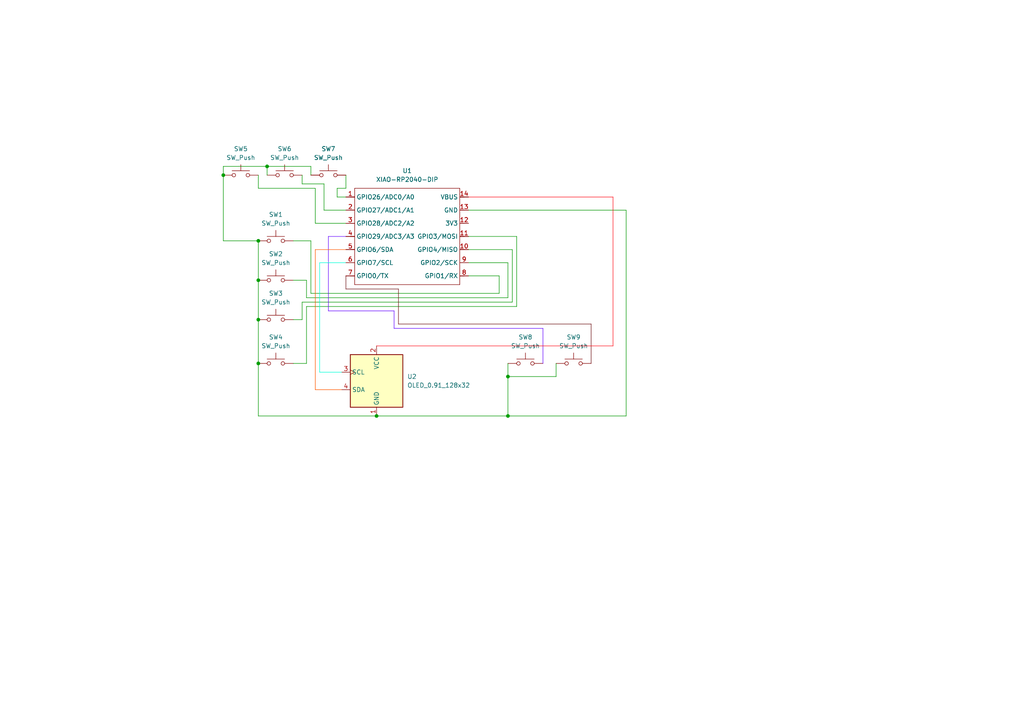
<source format=kicad_sch>
(kicad_sch
	(version 20250114)
	(generator "eeschema")
	(generator_version "9.0")
	(uuid "2e6980c8-3869-492a-aff7-349288982a5f")
	(paper "A4")
	(lib_symbols
		(symbol "Board:XIAO-RP2040-DIP"
			(exclude_from_sim no)
			(in_bom yes)
			(on_board yes)
			(property "Reference" "U"
				(at 0 0 0)
				(effects
					(font
						(size 1.27 1.27)
					)
				)
			)
			(property "Value" "XIAO-RP2040-DIP"
				(at 5.334 -1.778 0)
				(effects
					(font
						(size 1.27 1.27)
					)
				)
			)
			(property "Footprint" "Module:MOUDLE14P-XIAO-DIP-SMD"
				(at 14.478 -32.258 0)
				(effects
					(font
						(size 1.27 1.27)
					)
					(hide yes)
				)
			)
			(property "Datasheet" ""
				(at 0 0 0)
				(effects
					(font
						(size 1.27 1.27)
					)
					(hide yes)
				)
			)
			(property "Description" ""
				(at 0 0 0)
				(effects
					(font
						(size 1.27 1.27)
					)
					(hide yes)
				)
			)
			(symbol "XIAO-RP2040-DIP_1_0"
				(polyline
					(pts
						(xy -1.27 -2.54) (xy 29.21 -2.54)
					)
					(stroke
						(width 0.1524)
						(type solid)
					)
					(fill
						(type none)
					)
				)
				(polyline
					(pts
						(xy -1.27 -5.08) (xy -2.54 -5.08)
					)
					(stroke
						(width 0.1524)
						(type solid)
					)
					(fill
						(type none)
					)
				)
				(polyline
					(pts
						(xy -1.27 -5.08) (xy -1.27 -2.54)
					)
					(stroke
						(width 0.1524)
						(type solid)
					)
					(fill
						(type none)
					)
				)
				(polyline
					(pts
						(xy -1.27 -8.89) (xy -2.54 -8.89)
					)
					(stroke
						(width 0.1524)
						(type solid)
					)
					(fill
						(type none)
					)
				)
				(polyline
					(pts
						(xy -1.27 -8.89) (xy -1.27 -5.08)
					)
					(stroke
						(width 0.1524)
						(type solid)
					)
					(fill
						(type none)
					)
				)
				(polyline
					(pts
						(xy -1.27 -12.7) (xy -2.54 -12.7)
					)
					(stroke
						(width 0.1524)
						(type solid)
					)
					(fill
						(type none)
					)
				)
				(polyline
					(pts
						(xy -1.27 -12.7) (xy -1.27 -8.89)
					)
					(stroke
						(width 0.1524)
						(type solid)
					)
					(fill
						(type none)
					)
				)
				(polyline
					(pts
						(xy -1.27 -16.51) (xy -2.54 -16.51)
					)
					(stroke
						(width 0.1524)
						(type solid)
					)
					(fill
						(type none)
					)
				)
				(polyline
					(pts
						(xy -1.27 -16.51) (xy -1.27 -12.7)
					)
					(stroke
						(width 0.1524)
						(type solid)
					)
					(fill
						(type none)
					)
				)
				(polyline
					(pts
						(xy -1.27 -20.32) (xy -2.54 -20.32)
					)
					(stroke
						(width 0.1524)
						(type solid)
					)
					(fill
						(type none)
					)
				)
				(polyline
					(pts
						(xy -1.27 -24.13) (xy -2.54 -24.13)
					)
					(stroke
						(width 0.1524)
						(type solid)
					)
					(fill
						(type none)
					)
				)
				(polyline
					(pts
						(xy -1.27 -27.94) (xy -2.54 -27.94)
					)
					(stroke
						(width 0.1524)
						(type solid)
					)
					(fill
						(type none)
					)
				)
				(polyline
					(pts
						(xy -1.27 -30.48) (xy -1.27 -16.51)
					)
					(stroke
						(width 0.1524)
						(type solid)
					)
					(fill
						(type none)
					)
				)
				(polyline
					(pts
						(xy 29.21 -2.54) (xy 29.21 -5.08)
					)
					(stroke
						(width 0.1524)
						(type solid)
					)
					(fill
						(type none)
					)
				)
				(polyline
					(pts
						(xy 29.21 -5.08) (xy 29.21 -8.89)
					)
					(stroke
						(width 0.1524)
						(type solid)
					)
					(fill
						(type none)
					)
				)
				(polyline
					(pts
						(xy 29.21 -8.89) (xy 29.21 -12.7)
					)
					(stroke
						(width 0.1524)
						(type solid)
					)
					(fill
						(type none)
					)
				)
				(polyline
					(pts
						(xy 29.21 -12.7) (xy 29.21 -30.48)
					)
					(stroke
						(width 0.1524)
						(type solid)
					)
					(fill
						(type none)
					)
				)
				(polyline
					(pts
						(xy 29.21 -30.48) (xy -1.27 -30.48)
					)
					(stroke
						(width 0.1524)
						(type solid)
					)
					(fill
						(type none)
					)
				)
				(polyline
					(pts
						(xy 30.48 -5.08) (xy 29.21 -5.08)
					)
					(stroke
						(width 0.1524)
						(type solid)
					)
					(fill
						(type none)
					)
				)
				(polyline
					(pts
						(xy 30.48 -8.89) (xy 29.21 -8.89)
					)
					(stroke
						(width 0.1524)
						(type solid)
					)
					(fill
						(type none)
					)
				)
				(polyline
					(pts
						(xy 30.48 -12.7) (xy 29.21 -12.7)
					)
					(stroke
						(width 0.1524)
						(type solid)
					)
					(fill
						(type none)
					)
				)
				(polyline
					(pts
						(xy 30.48 -16.51) (xy 29.21 -16.51)
					)
					(stroke
						(width 0.1524)
						(type solid)
					)
					(fill
						(type none)
					)
				)
				(polyline
					(pts
						(xy 30.48 -20.32) (xy 29.21 -20.32)
					)
					(stroke
						(width 0.1524)
						(type solid)
					)
					(fill
						(type none)
					)
				)
				(polyline
					(pts
						(xy 30.48 -24.13) (xy 29.21 -24.13)
					)
					(stroke
						(width 0.1524)
						(type solid)
					)
					(fill
						(type none)
					)
				)
				(polyline
					(pts
						(xy 30.48 -27.94) (xy 29.21 -27.94)
					)
					(stroke
						(width 0.1524)
						(type solid)
					)
					(fill
						(type none)
					)
				)
				(pin passive line
					(at -3.81 -5.08 0)
					(length 2.54)
					(name "GPIO26/ADC0/A0"
						(effects
							(font
								(size 1.27 1.27)
							)
						)
					)
					(number "1"
						(effects
							(font
								(size 1.27 1.27)
							)
						)
					)
				)
				(pin passive line
					(at -3.81 -8.89 0)
					(length 2.54)
					(name "GPIO27/ADC1/A1"
						(effects
							(font
								(size 1.27 1.27)
							)
						)
					)
					(number "2"
						(effects
							(font
								(size 1.27 1.27)
							)
						)
					)
				)
				(pin passive line
					(at -3.81 -12.7 0)
					(length 2.54)
					(name "GPIO28/ADC2/A2"
						(effects
							(font
								(size 1.27 1.27)
							)
						)
					)
					(number "3"
						(effects
							(font
								(size 1.27 1.27)
							)
						)
					)
				)
				(pin passive line
					(at -3.81 -16.51 0)
					(length 2.54)
					(name "GPIO29/ADC3/A3"
						(effects
							(font
								(size 1.27 1.27)
							)
						)
					)
					(number "4"
						(effects
							(font
								(size 1.27 1.27)
							)
						)
					)
				)
				(pin passive line
					(at -3.81 -20.32 0)
					(length 2.54)
					(name "GPIO6/SDA"
						(effects
							(font
								(size 1.27 1.27)
							)
						)
					)
					(number "5"
						(effects
							(font
								(size 1.27 1.27)
							)
						)
					)
				)
				(pin passive line
					(at -3.81 -24.13 0)
					(length 2.54)
					(name "GPIO7/SCL"
						(effects
							(font
								(size 1.27 1.27)
							)
						)
					)
					(number "6"
						(effects
							(font
								(size 1.27 1.27)
							)
						)
					)
				)
				(pin passive line
					(at -3.81 -27.94 0)
					(length 2.54)
					(name "GPIO0/TX"
						(effects
							(font
								(size 1.27 1.27)
							)
						)
					)
					(number "7"
						(effects
							(font
								(size 1.27 1.27)
							)
						)
					)
				)
				(pin passive line
					(at 31.75 -5.08 180)
					(length 2.54)
					(name "VBUS"
						(effects
							(font
								(size 1.27 1.27)
							)
						)
					)
					(number "14"
						(effects
							(font
								(size 1.27 1.27)
							)
						)
					)
				)
				(pin passive line
					(at 31.75 -8.89 180)
					(length 2.54)
					(name "GND"
						(effects
							(font
								(size 1.27 1.27)
							)
						)
					)
					(number "13"
						(effects
							(font
								(size 1.27 1.27)
							)
						)
					)
				)
				(pin passive line
					(at 31.75 -12.7 180)
					(length 2.54)
					(name "3V3"
						(effects
							(font
								(size 1.27 1.27)
							)
						)
					)
					(number "12"
						(effects
							(font
								(size 1.27 1.27)
							)
						)
					)
				)
				(pin passive line
					(at 31.75 -16.51 180)
					(length 2.54)
					(name "GPIO3/MOSI"
						(effects
							(font
								(size 1.27 1.27)
							)
						)
					)
					(number "11"
						(effects
							(font
								(size 1.27 1.27)
							)
						)
					)
				)
				(pin passive line
					(at 31.75 -20.32 180)
					(length 2.54)
					(name "GPIO4/MISO"
						(effects
							(font
								(size 1.27 1.27)
							)
						)
					)
					(number "10"
						(effects
							(font
								(size 1.27 1.27)
							)
						)
					)
				)
				(pin passive line
					(at 31.75 -24.13 180)
					(length 2.54)
					(name "GPIO2/SCK"
						(effects
							(font
								(size 1.27 1.27)
							)
						)
					)
					(number "9"
						(effects
							(font
								(size 1.27 1.27)
							)
						)
					)
				)
				(pin passive line
					(at 31.75 -27.94 180)
					(length 2.54)
					(name "GPIO1/RX"
						(effects
							(font
								(size 1.27 1.27)
							)
						)
					)
					(number "8"
						(effects
							(font
								(size 1.27 1.27)
							)
						)
					)
				)
			)
			(embedded_fonts no)
		)
		(symbol "OLED3:OLED_0.91_128x32"
			(exclude_from_sim no)
			(in_bom yes)
			(on_board yes)
			(property "Reference" "U"
				(at 0 0 0)
				(effects
					(font
						(size 1.27 1.27)
					)
				)
			)
			(property "Value" "OLED_0.91_128x32"
				(at 14.224 -10.668 0)
				(effects
					(font
						(size 1.27 1.27)
					)
				)
			)
			(property "Footprint" "Hackclub Footprints:OLED_0.91_128x32"
				(at 18.034 -12.7 0)
				(effects
					(font
						(size 1.27 1.27)
					)
					(hide yes)
				)
			)
			(property "Datasheet" "https://www.buydisplay.com/download/manual/ER-OLEDM0.91-1_Datasheet.pdf"
				(at 42.672 -14.732 0)
				(effects
					(font
						(size 1.27 1.27)
					)
					(hide yes)
				)
			)
			(property "Description" "SSD1306 OLED module, 0.91 inch, 128x32, I2C"
				(at 26.67 -16.764 0)
				(effects
					(font
						(size 1.27 1.27)
					)
					(hide yes)
				)
			)
			(property "ki_keywords" "EastRising"
				(at 0 0 0)
				(effects
					(font
						(size 1.27 1.27)
					)
					(hide yes)
				)
			)
			(property "ki_fp_filters" "ER?OLEDM0.91?1x?I2C*"
				(at 0 0 0)
				(effects
					(font
						(size 1.27 1.27)
					)
					(hide yes)
				)
			)
			(symbol "OLED_0.91_128x32_1_1"
				(rectangle
					(start -7.62 7.62)
					(end 7.62 -7.62)
					(stroke
						(width 0.254)
						(type solid)
					)
					(fill
						(type background)
					)
				)
				(pin input clock
					(at -10.16 2.54 0)
					(length 2.54)
					(name "SCL"
						(effects
							(font
								(size 1.27 1.27)
							)
						)
					)
					(number "3"
						(effects
							(font
								(size 1.27 1.27)
							)
						)
					)
				)
				(pin bidirectional line
					(at -10.16 -2.54 0)
					(length 2.54)
					(name "SDA"
						(effects
							(font
								(size 1.27 1.27)
							)
						)
					)
					(number "4"
						(effects
							(font
								(size 1.27 1.27)
							)
						)
					)
				)
				(pin power_in line
					(at 0 10.16 270)
					(length 2.54)
					(name "VCC"
						(effects
							(font
								(size 1.27 1.27)
							)
						)
					)
					(number "2"
						(effects
							(font
								(size 1.27 1.27)
							)
						)
					)
				)
				(pin power_in line
					(at 0 -10.16 90)
					(length 2.54)
					(name "GND"
						(effects
							(font
								(size 1.27 1.27)
							)
						)
					)
					(number "1"
						(effects
							(font
								(size 1.27 1.27)
							)
						)
					)
				)
			)
			(embedded_fonts no)
		)
		(symbol "Switch:SW_Push"
			(pin_numbers
				(hide yes)
			)
			(pin_names
				(offset 1.016)
				(hide yes)
			)
			(exclude_from_sim no)
			(in_bom yes)
			(on_board yes)
			(property "Reference" "SW"
				(at 1.27 2.54 0)
				(effects
					(font
						(size 1.27 1.27)
					)
					(justify left)
				)
			)
			(property "Value" "SW_Push"
				(at 0 -1.524 0)
				(effects
					(font
						(size 1.27 1.27)
					)
				)
			)
			(property "Footprint" ""
				(at 0 5.08 0)
				(effects
					(font
						(size 1.27 1.27)
					)
					(hide yes)
				)
			)
			(property "Datasheet" "~"
				(at 0 5.08 0)
				(effects
					(font
						(size 1.27 1.27)
					)
					(hide yes)
				)
			)
			(property "Description" "Push button switch, generic, two pins"
				(at 0 0 0)
				(effects
					(font
						(size 1.27 1.27)
					)
					(hide yes)
				)
			)
			(property "ki_keywords" "switch normally-open pushbutton push-button"
				(at 0 0 0)
				(effects
					(font
						(size 1.27 1.27)
					)
					(hide yes)
				)
			)
			(symbol "SW_Push_0_1"
				(circle
					(center -2.032 0)
					(radius 0.508)
					(stroke
						(width 0)
						(type default)
					)
					(fill
						(type none)
					)
				)
				(polyline
					(pts
						(xy 0 1.27) (xy 0 3.048)
					)
					(stroke
						(width 0)
						(type default)
					)
					(fill
						(type none)
					)
				)
				(circle
					(center 2.032 0)
					(radius 0.508)
					(stroke
						(width 0)
						(type default)
					)
					(fill
						(type none)
					)
				)
				(polyline
					(pts
						(xy 2.54 1.27) (xy -2.54 1.27)
					)
					(stroke
						(width 0)
						(type default)
					)
					(fill
						(type none)
					)
				)
				(pin passive line
					(at -5.08 0 0)
					(length 2.54)
					(name "1"
						(effects
							(font
								(size 1.27 1.27)
							)
						)
					)
					(number "1"
						(effects
							(font
								(size 1.27 1.27)
							)
						)
					)
				)
				(pin passive line
					(at 5.08 0 180)
					(length 2.54)
					(name "2"
						(effects
							(font
								(size 1.27 1.27)
							)
						)
					)
					(number "2"
						(effects
							(font
								(size 1.27 1.27)
							)
						)
					)
				)
			)
			(embedded_fonts no)
		)
	)
	(junction
		(at 147.32 120.65)
		(diameter 0)
		(color 0 0 0 0)
		(uuid "0aa6cb90-cc3e-4bf8-a6a3-8d456aeedee3")
	)
	(junction
		(at 74.93 105.41)
		(diameter 0)
		(color 0 0 0 0)
		(uuid "163234b8-3c0b-4abc-a828-25104bdf96ee")
	)
	(junction
		(at 64.77 50.8)
		(diameter 0)
		(color 0 0 0 0)
		(uuid "1998ede5-7f15-4ce6-9986-9615560539ac")
	)
	(junction
		(at 74.93 92.71)
		(diameter 0)
		(color 0 0 0 0)
		(uuid "40f4f6fa-e8a0-4f51-aa80-2652915f1c88")
	)
	(junction
		(at 147.32 109.22)
		(diameter 0)
		(color 0 0 0 0)
		(uuid "4118208d-c5e8-463e-a044-ad2e7d9f1ae3")
	)
	(junction
		(at 74.93 81.28)
		(diameter 0)
		(color 0 0 0 0)
		(uuid "58f771c7-22ad-43ad-b0bf-3af9bcc653d6")
	)
	(junction
		(at 74.93 69.85)
		(diameter 0)
		(color 0 0 0 0)
		(uuid "b245940b-e908-4ee0-8b6a-492efb125ae0")
	)
	(junction
		(at 77.47 48.26)
		(diameter 0)
		(color 0 0 0 0)
		(uuid "b473ec59-76ec-4d3d-8aec-cbc15b06af39")
	)
	(junction
		(at 109.22 120.65)
		(diameter 0)
		(color 0 0 0 0)
		(uuid "f3a2bf5c-cbbc-4ac7-8666-8542833e33aa")
	)
	(wire
		(pts
			(xy 74.93 81.28) (xy 74.93 92.71)
		)
		(stroke
			(width 0)
			(type default)
		)
		(uuid "04f91b87-d0d1-4f58-90cf-f12715e67e43")
	)
	(wire
		(pts
			(xy 91.44 72.39) (xy 100.33 72.39)
		)
		(stroke
			(width 0)
			(type default)
			(color 255 88 0 1)
		)
		(uuid "0735b4ab-4c8b-4b51-be2a-3c872a534f14")
	)
	(wire
		(pts
			(xy 90.17 48.26) (xy 77.47 48.26)
		)
		(stroke
			(width 0)
			(type default)
		)
		(uuid "09c3f2d5-b629-44ad-a46a-1c7afc6052a6")
	)
	(wire
		(pts
			(xy 88.9 88.9) (xy 149.86 88.9)
		)
		(stroke
			(width 0)
			(type default)
		)
		(uuid "0d5a5788-bdc6-4c04-81f6-b35e566a0470")
	)
	(wire
		(pts
			(xy 74.93 69.85) (xy 74.93 81.28)
		)
		(stroke
			(width 0)
			(type default)
		)
		(uuid "111e4856-0ce8-4976-b0c4-3c8f6a8e3316")
	)
	(wire
		(pts
			(xy 144.78 80.01) (xy 144.78 85.09)
		)
		(stroke
			(width 0)
			(type default)
		)
		(uuid "13c244bb-4350-42c2-93b8-806abdba279c")
	)
	(wire
		(pts
			(xy 64.77 48.26) (xy 64.77 50.8)
		)
		(stroke
			(width 0)
			(type default)
		)
		(uuid "15a5e2c5-5d9e-4f20-8442-fa9180aa87be")
	)
	(wire
		(pts
			(xy 135.89 57.15) (xy 177.8 57.15)
		)
		(stroke
			(width 0)
			(type default)
			(color 255 12 23 1)
		)
		(uuid "19ee0fb6-3fbc-41af-99b0-a46956dedbd1")
	)
	(wire
		(pts
			(xy 99.06 107.95) (xy 92.71 107.95)
		)
		(stroke
			(width 0)
			(type default)
			(color 2 255 215 1)
		)
		(uuid "1c67ffd4-5b33-4ce5-9f5f-1d5d8a6760e3")
	)
	(wire
		(pts
			(xy 148.59 72.39) (xy 148.59 87.63)
		)
		(stroke
			(width 0)
			(type default)
		)
		(uuid "1c693cba-c235-4ebb-8808-e7a9c6d2ecf8")
	)
	(wire
		(pts
			(xy 99.06 113.03) (xy 91.44 113.03)
		)
		(stroke
			(width 0)
			(type default)
			(color 255 88 0 1)
		)
		(uuid "1fce65ef-a713-4d96-b661-d595204fbc12")
	)
	(wire
		(pts
			(xy 109.22 100.33) (xy 177.8 100.33)
		)
		(stroke
			(width 0)
			(type default)
			(color 255 12 23 1)
		)
		(uuid "2a7a515f-02b8-4840-aecc-b1552cbb7c32")
	)
	(wire
		(pts
			(xy 88.9 86.36) (xy 147.32 86.36)
		)
		(stroke
			(width 0)
			(type default)
		)
		(uuid "313bf1cf-c55e-472e-86da-4ff3f20af82e")
	)
	(wire
		(pts
			(xy 147.32 109.22) (xy 147.32 105.41)
		)
		(stroke
			(width 0)
			(type default)
		)
		(uuid "33a5890b-2be4-4f00-a6a5-54ce3fa8f7ab")
	)
	(wire
		(pts
			(xy 91.44 54.61) (xy 74.93 54.61)
		)
		(stroke
			(width 0)
			(type default)
		)
		(uuid "345777f3-d3a9-4ea2-8254-2e642933198c")
	)
	(wire
		(pts
			(xy 147.32 120.65) (xy 109.22 120.65)
		)
		(stroke
			(width 0)
			(type default)
		)
		(uuid "3a650a0e-c9b5-4d68-9589-7d1d70b1b2d0")
	)
	(wire
		(pts
			(xy 171.45 93.98) (xy 115.57 93.98)
		)
		(stroke
			(width 0)
			(type default)
			(color 110 19 22 1)
		)
		(uuid "3d484f4c-aa82-48ff-a1e2-8e5c7de094f3")
	)
	(wire
		(pts
			(xy 100.33 83.82) (xy 100.33 80.01)
		)
		(stroke
			(width 0)
			(type default)
			(color 110 19 22 1)
		)
		(uuid "3e7518a1-419d-4bb6-a082-8f514370947e")
	)
	(wire
		(pts
			(xy 171.45 105.41) (xy 171.45 93.98)
		)
		(stroke
			(width 0)
			(type default)
			(color 110 19 22 1)
		)
		(uuid "409e9e07-560e-4126-8b3a-5bc07aa9a7cc")
	)
	(wire
		(pts
			(xy 74.93 105.41) (xy 74.93 120.65)
		)
		(stroke
			(width 0)
			(type default)
		)
		(uuid "4310ac8e-28ae-42f6-8f9a-32ff4408d59f")
	)
	(wire
		(pts
			(xy 149.86 88.9) (xy 149.86 68.58)
		)
		(stroke
			(width 0)
			(type default)
		)
		(uuid "4440de18-ac95-4c2c-9e90-4f8628bb795a")
	)
	(wire
		(pts
			(xy 95.25 68.58) (xy 95.25 90.17)
		)
		(stroke
			(width 0)
			(type default)
			(color 100 4 255 1)
		)
		(uuid "448a12cc-4e65-4715-adfb-4952a3f1bca6")
	)
	(wire
		(pts
			(xy 161.29 109.22) (xy 147.32 109.22)
		)
		(stroke
			(width 0)
			(type default)
		)
		(uuid "4765877d-d3e1-446c-91fa-3b761868c86d")
	)
	(wire
		(pts
			(xy 181.61 60.96) (xy 181.61 120.65)
		)
		(stroke
			(width 0)
			(type default)
		)
		(uuid "4788c420-9600-46a2-8a7b-cfb899be2d8c")
	)
	(wire
		(pts
			(xy 135.89 60.96) (xy 181.61 60.96)
		)
		(stroke
			(width 0)
			(type default)
		)
		(uuid "495ada96-c8b5-4752-b137-1e639fe89412")
	)
	(wire
		(pts
			(xy 91.44 64.77) (xy 91.44 54.61)
		)
		(stroke
			(width 0)
			(type default)
		)
		(uuid "49989153-afbe-46cb-a252-c2c7a02c75bb")
	)
	(wire
		(pts
			(xy 97.79 54.61) (xy 97.79 57.15)
		)
		(stroke
			(width 0)
			(type default)
		)
		(uuid "4bd1d035-73e0-4c57-a6c1-a55a5ba7bce2")
	)
	(wire
		(pts
			(xy 144.78 85.09) (xy 90.17 85.09)
		)
		(stroke
			(width 0)
			(type default)
		)
		(uuid "4ccbd555-defd-43db-9a8b-17b17018ab78")
	)
	(wire
		(pts
			(xy 90.17 50.8) (xy 90.17 48.26)
		)
		(stroke
			(width 0)
			(type default)
		)
		(uuid "4f93b1e5-765c-4285-bbd8-49cfec325f3d")
	)
	(wire
		(pts
			(xy 77.47 48.26) (xy 64.77 48.26)
		)
		(stroke
			(width 0)
			(type default)
		)
		(uuid "52c6b055-3e11-42b2-90a7-15586a3365f3")
	)
	(wire
		(pts
			(xy 88.9 105.41) (xy 88.9 88.9)
		)
		(stroke
			(width 0)
			(type default)
		)
		(uuid "5683c792-ba9a-44be-9e96-81e06d40c757")
	)
	(wire
		(pts
			(xy 147.32 76.2) (xy 135.89 76.2)
		)
		(stroke
			(width 0)
			(type default)
		)
		(uuid "5a62939a-68d4-4df7-91a7-cf606ab0be24")
	)
	(wire
		(pts
			(xy 100.33 60.96) (xy 93.98 60.96)
		)
		(stroke
			(width 0)
			(type default)
		)
		(uuid "5aa95231-4fb5-4c64-b94b-80fbf21de67b")
	)
	(wire
		(pts
			(xy 74.93 92.71) (xy 74.93 105.41)
		)
		(stroke
			(width 0)
			(type default)
		)
		(uuid "732d71ad-069f-4611-bc6e-8e5af41e777e")
	)
	(wire
		(pts
			(xy 100.33 64.77) (xy 91.44 64.77)
		)
		(stroke
			(width 0)
			(type default)
		)
		(uuid "7bbc731d-cf09-43b3-8a90-2ff42cf2b72f")
	)
	(wire
		(pts
			(xy 90.17 69.85) (xy 85.09 69.85)
		)
		(stroke
			(width 0)
			(type default)
		)
		(uuid "8032ace2-1712-4f54-934e-711d25fd7e99")
	)
	(wire
		(pts
			(xy 114.3 90.17) (xy 114.3 95.25)
		)
		(stroke
			(width 0)
			(type default)
			(color 100 4 255 1)
		)
		(uuid "8264bf6e-0e33-441f-8c2e-da6550a30a7c")
	)
	(wire
		(pts
			(xy 91.44 113.03) (xy 91.44 72.39)
		)
		(stroke
			(width 0)
			(type default)
			(color 255 88 0 1)
		)
		(uuid "82ff27c1-7393-4203-9a34-ebb5ec32044a")
	)
	(wire
		(pts
			(xy 135.89 72.39) (xy 148.59 72.39)
		)
		(stroke
			(width 0)
			(type default)
		)
		(uuid "847b8500-ce34-4c87-9648-a3036b345fd8")
	)
	(wire
		(pts
			(xy 115.57 93.98) (xy 115.57 83.82)
		)
		(stroke
			(width 0)
			(type default)
			(color 110 19 22 1)
		)
		(uuid "8b3b9bc6-1a12-4a67-8cc4-ba86238d0986")
	)
	(wire
		(pts
			(xy 93.98 53.34) (xy 87.63 53.34)
		)
		(stroke
			(width 0)
			(type default)
		)
		(uuid "93e06244-ffae-4061-ad79-aeb5c9129619")
	)
	(wire
		(pts
			(xy 149.86 68.58) (xy 135.89 68.58)
		)
		(stroke
			(width 0)
			(type default)
		)
		(uuid "940e67dd-c5d1-42bd-87a0-a1029911cfe3")
	)
	(wire
		(pts
			(xy 148.59 87.63) (xy 87.63 87.63)
		)
		(stroke
			(width 0)
			(type default)
		)
		(uuid "9c34d91b-ebed-48c8-b769-fb215bd9d5fd")
	)
	(wire
		(pts
			(xy 77.47 48.26) (xy 77.47 50.8)
		)
		(stroke
			(width 0)
			(type default)
		)
		(uuid "a50c4835-78ec-4e4d-b30c-4b30fd978c22")
	)
	(wire
		(pts
			(xy 85.09 105.41) (xy 88.9 105.41)
		)
		(stroke
			(width 0)
			(type default)
		)
		(uuid "b8ed1d6e-0925-4b5b-8ee8-e32c52367327")
	)
	(wire
		(pts
			(xy 85.09 81.28) (xy 88.9 81.28)
		)
		(stroke
			(width 0)
			(type default)
		)
		(uuid "bb5f3793-d458-48f2-b9b0-0b79108b55e9")
	)
	(wire
		(pts
			(xy 74.93 120.65) (xy 109.22 120.65)
		)
		(stroke
			(width 0)
			(type default)
		)
		(uuid "bb760966-098a-452d-ac93-d9d7f174c717")
	)
	(wire
		(pts
			(xy 92.71 107.95) (xy 92.71 76.2)
		)
		(stroke
			(width 0)
			(type default)
			(color 2 255 215 1)
		)
		(uuid "bca7b612-e7a7-4ae0-9ac2-4d11dc85464b")
	)
	(wire
		(pts
			(xy 100.33 54.61) (xy 97.79 54.61)
		)
		(stroke
			(width 0)
			(type default)
		)
		(uuid "c0bb5ea2-5d2f-4658-9dea-f31ef18d53be")
	)
	(wire
		(pts
			(xy 147.32 109.22) (xy 147.32 120.65)
		)
		(stroke
			(width 0)
			(type default)
		)
		(uuid "c25672e6-ba5a-4e21-82b0-747a284d47d3")
	)
	(wire
		(pts
			(xy 135.89 80.01) (xy 144.78 80.01)
		)
		(stroke
			(width 0)
			(type default)
		)
		(uuid "c2b136d6-95e3-4fe0-b4b7-25acc17ea3c0")
	)
	(wire
		(pts
			(xy 100.33 50.8) (xy 100.33 54.61)
		)
		(stroke
			(width 0)
			(type default)
		)
		(uuid "cbcd6d60-8d51-4e9b-b580-3ca3fab21122")
	)
	(wire
		(pts
			(xy 95.25 90.17) (xy 114.3 90.17)
		)
		(stroke
			(width 0)
			(type default)
			(color 100 4 255 1)
		)
		(uuid "d151b157-9a27-4016-8dc1-969812dc33a6")
	)
	(wire
		(pts
			(xy 157.48 95.25) (xy 114.3 95.25)
		)
		(stroke
			(width 0)
			(type default)
			(color 100 4 255 1)
		)
		(uuid "d5574603-8c48-49ba-b653-13a7f5acd10e")
	)
	(wire
		(pts
			(xy 95.25 68.58) (xy 100.33 68.58)
		)
		(stroke
			(width 0)
			(type default)
			(color 100 4 255 1)
		)
		(uuid "dc0e6476-ec0e-4c26-90f9-830ff23bf7c2")
	)
	(wire
		(pts
			(xy 74.93 54.61) (xy 74.93 50.8)
		)
		(stroke
			(width 0)
			(type default)
		)
		(uuid "dd3baad3-ddd4-4eee-a5a3-f89a935d3d4b")
	)
	(wire
		(pts
			(xy 181.61 120.65) (xy 147.32 120.65)
		)
		(stroke
			(width 0)
			(type default)
		)
		(uuid "dd9a1735-82f6-4867-8da7-761569fd7928")
	)
	(wire
		(pts
			(xy 88.9 81.28) (xy 88.9 86.36)
		)
		(stroke
			(width 0)
			(type default)
		)
		(uuid "e23be654-4ed1-4c2e-9a75-70d75effdfc9")
	)
	(wire
		(pts
			(xy 177.8 100.33) (xy 177.8 57.15)
		)
		(stroke
			(width 0)
			(type default)
			(color 255 12 23 1)
		)
		(uuid "e29b00f7-9013-48f8-a406-4f5a69d4845e")
	)
	(wire
		(pts
			(xy 87.63 92.71) (xy 85.09 92.71)
		)
		(stroke
			(width 0)
			(type default)
		)
		(uuid "e35d8655-7ece-40d9-b2d2-a6a4d7f0db12")
	)
	(wire
		(pts
			(xy 64.77 50.8) (xy 64.77 69.85)
		)
		(stroke
			(width 0)
			(type default)
		)
		(uuid "e74c47bd-e880-448c-9e69-9076e5d2fdd1")
	)
	(wire
		(pts
			(xy 64.77 69.85) (xy 74.93 69.85)
		)
		(stroke
			(width 0)
			(type default)
		)
		(uuid "e7c2d608-9978-43e7-a909-db08b794e9e3")
	)
	(wire
		(pts
			(xy 157.48 105.41) (xy 157.48 95.25)
		)
		(stroke
			(width 0)
			(type default)
			(color 100 4 255 1)
		)
		(uuid "e810b21d-223b-4322-969a-40a542c68eb8")
	)
	(wire
		(pts
			(xy 90.17 69.85) (xy 90.17 85.09)
		)
		(stroke
			(width 0)
			(type default)
		)
		(uuid "e840a8b4-1dda-4698-b725-cf7f2d5c1849")
	)
	(wire
		(pts
			(xy 115.57 83.82) (xy 100.33 83.82)
		)
		(stroke
			(width 0)
			(type default)
			(color 110 19 22 1)
		)
		(uuid "ed1d98c4-10e4-46c4-bcfd-40662930d457")
	)
	(wire
		(pts
			(xy 92.71 76.2) (xy 100.33 76.2)
		)
		(stroke
			(width 0)
			(type default)
			(color 2 255 215 1)
		)
		(uuid "ee034e2d-8c64-461c-9c05-fe8b13a39118")
	)
	(wire
		(pts
			(xy 87.63 53.34) (xy 87.63 50.8)
		)
		(stroke
			(width 0)
			(type default)
		)
		(uuid "f0562729-2485-41a7-a8d2-a99235d79fd7")
	)
	(wire
		(pts
			(xy 161.29 105.41) (xy 161.29 109.22)
		)
		(stroke
			(width 0)
			(type default)
		)
		(uuid "f0c9472e-0d5c-4ae2-91c1-692ff85a1a3e")
	)
	(wire
		(pts
			(xy 93.98 60.96) (xy 93.98 53.34)
		)
		(stroke
			(width 0)
			(type default)
		)
		(uuid "f0f33bcd-f513-4704-94fb-47f69e7c5921")
	)
	(wire
		(pts
			(xy 147.32 86.36) (xy 147.32 76.2)
		)
		(stroke
			(width 0)
			(type default)
		)
		(uuid "f8ea9073-b463-4722-803d-3928b15a85d0")
	)
	(wire
		(pts
			(xy 97.79 57.15) (xy 100.33 57.15)
		)
		(stroke
			(width 0)
			(type default)
		)
		(uuid "fc317af5-c214-4e8c-be71-129b46f23c12")
	)
	(wire
		(pts
			(xy 87.63 87.63) (xy 87.63 92.71)
		)
		(stroke
			(width 0)
			(type default)
		)
		(uuid "fee6ba17-f3b6-4520-a76f-53b5008537dd")
	)
	(symbol
		(lib_id "Switch:SW_Push")
		(at 69.85 50.8 0)
		(unit 1)
		(exclude_from_sim no)
		(in_bom yes)
		(on_board yes)
		(dnp no)
		(fields_autoplaced yes)
		(uuid "2347db13-3237-429b-b3fd-131bb2e8f79c")
		(property "Reference" "SW5"
			(at 69.85 43.18 0)
			(effects
				(font
					(size 1.27 1.27)
				)
			)
		)
		(property "Value" "SW_Push"
			(at 69.85 45.72 0)
			(effects
				(font
					(size 1.27 1.27)
				)
			)
		)
		(property "Footprint" "Button_Switch_Keyboard:SW_Cherry_MX_1.00u_PCB"
			(at 69.85 45.72 0)
			(effects
				(font
					(size 1.27 1.27)
				)
				(hide yes)
			)
		)
		(property "Datasheet" "~"
			(at 69.85 45.72 0)
			(effects
				(font
					(size 1.27 1.27)
				)
				(hide yes)
			)
		)
		(property "Description" "Push button switch, generic, two pins"
			(at 69.85 50.8 0)
			(effects
				(font
					(size 1.27 1.27)
				)
				(hide yes)
			)
		)
		(pin "2"
			(uuid "e7bbb2da-28f5-4b72-af83-a85763baf0c9")
		)
		(pin "1"
			(uuid "5d219b7f-8e40-4831-bd15-4623264b8988")
		)
		(instances
			(project ""
				(path "/2e6980c8-3869-492a-aff7-349288982a5f"
					(reference "SW5")
					(unit 1)
				)
			)
		)
	)
	(symbol
		(lib_id "Switch:SW_Push")
		(at 80.01 105.41 0)
		(unit 1)
		(exclude_from_sim no)
		(in_bom yes)
		(on_board yes)
		(dnp no)
		(fields_autoplaced yes)
		(uuid "27535afc-4bd2-4a28-9f4b-d6c9fa436e30")
		(property "Reference" "SW4"
			(at 80.01 97.79 0)
			(effects
				(font
					(size 1.27 1.27)
				)
			)
		)
		(property "Value" "SW_Push"
			(at 80.01 100.33 0)
			(effects
				(font
					(size 1.27 1.27)
				)
			)
		)
		(property "Footprint" "Button_Switch_Keyboard:SW_Cherry_MX_1.00u_PCB"
			(at 80.01 100.33 0)
			(effects
				(font
					(size 1.27 1.27)
				)
				(hide yes)
			)
		)
		(property "Datasheet" "~"
			(at 80.01 100.33 0)
			(effects
				(font
					(size 1.27 1.27)
				)
				(hide yes)
			)
		)
		(property "Description" "Push button switch, generic, two pins"
			(at 80.01 105.41 0)
			(effects
				(font
					(size 1.27 1.27)
				)
				(hide yes)
			)
		)
		(pin "2"
			(uuid "e7bbb2da-28f5-4b72-af83-a85763baf0ca")
		)
		(pin "1"
			(uuid "5d219b7f-8e40-4831-bd15-4623264b8989")
		)
		(instances
			(project ""
				(path "/2e6980c8-3869-492a-aff7-349288982a5f"
					(reference "SW4")
					(unit 1)
				)
			)
		)
	)
	(symbol
		(lib_id "Switch:SW_Push")
		(at 95.25 50.8 0)
		(unit 1)
		(exclude_from_sim no)
		(in_bom yes)
		(on_board yes)
		(dnp no)
		(fields_autoplaced yes)
		(uuid "3487d653-4a4b-461c-b81f-a98f87aae68c")
		(property "Reference" "SW7"
			(at 95.25 43.18 0)
			(effects
				(font
					(size 1.27 1.27)
				)
			)
		)
		(property "Value" "SW_Push"
			(at 95.25 45.72 0)
			(effects
				(font
					(size 1.27 1.27)
				)
			)
		)
		(property "Footprint" "Button_Switch_Keyboard:SW_Cherry_MX_1.00u_PCB"
			(at 95.25 45.72 0)
			(effects
				(font
					(size 1.27 1.27)
				)
				(hide yes)
			)
		)
		(property "Datasheet" "~"
			(at 95.25 45.72 0)
			(effects
				(font
					(size 1.27 1.27)
				)
				(hide yes)
			)
		)
		(property "Description" "Push button switch, generic, two pins"
			(at 95.25 50.8 0)
			(effects
				(font
					(size 1.27 1.27)
				)
				(hide yes)
			)
		)
		(pin "2"
			(uuid "e7bbb2da-28f5-4b72-af83-a85763baf0cb")
		)
		(pin "1"
			(uuid "5d219b7f-8e40-4831-bd15-4623264b898a")
		)
		(instances
			(project ""
				(path "/2e6980c8-3869-492a-aff7-349288982a5f"
					(reference "SW7")
					(unit 1)
				)
			)
		)
	)
	(symbol
		(lib_id "Switch:SW_Push")
		(at 80.01 69.85 0)
		(unit 1)
		(exclude_from_sim no)
		(in_bom yes)
		(on_board yes)
		(dnp no)
		(fields_autoplaced yes)
		(uuid "4f80addb-17b9-4dd9-971a-114743a71984")
		(property "Reference" "SW1"
			(at 80.01 62.23 0)
			(effects
				(font
					(size 1.27 1.27)
				)
			)
		)
		(property "Value" "SW_Push"
			(at 80.01 64.77 0)
			(effects
				(font
					(size 1.27 1.27)
				)
			)
		)
		(property "Footprint" "Button_Switch_Keyboard:SW_Cherry_MX_1.00u_PCB"
			(at 80.01 64.77 0)
			(effects
				(font
					(size 1.27 1.27)
				)
				(hide yes)
			)
		)
		(property "Datasheet" "~"
			(at 80.01 64.77 0)
			(effects
				(font
					(size 1.27 1.27)
				)
				(hide yes)
			)
		)
		(property "Description" "Push button switch, generic, two pins"
			(at 80.01 69.85 0)
			(effects
				(font
					(size 1.27 1.27)
				)
				(hide yes)
			)
		)
		(pin "1"
			(uuid "58c259de-b716-4b3f-b818-43cacac1db57")
		)
		(pin "2"
			(uuid "6009a2b4-905b-4358-a770-b34fefabf711")
		)
		(instances
			(project ""
				(path "/2e6980c8-3869-492a-aff7-349288982a5f"
					(reference "SW1")
					(unit 1)
				)
			)
		)
	)
	(symbol
		(lib_id "Switch:SW_Push")
		(at 152.4 105.41 0)
		(unit 1)
		(exclude_from_sim no)
		(in_bom yes)
		(on_board yes)
		(dnp no)
		(fields_autoplaced yes)
		(uuid "5f4f0d40-78fd-42d8-9431-472de7f66bc6")
		(property "Reference" "SW8"
			(at 152.4 97.79 0)
			(effects
				(font
					(size 1.27 1.27)
				)
			)
		)
		(property "Value" "SW_Push"
			(at 152.4 100.33 0)
			(effects
				(font
					(size 1.27 1.27)
				)
			)
		)
		(property "Footprint" "Button_Switch_Keyboard:SW_Cherry_MX_1.00u_PCB"
			(at 152.4 100.33 0)
			(effects
				(font
					(size 1.27 1.27)
				)
				(hide yes)
			)
		)
		(property "Datasheet" "~"
			(at 152.4 100.33 0)
			(effects
				(font
					(size 1.27 1.27)
				)
				(hide yes)
			)
		)
		(property "Description" "Push button switch, generic, two pins"
			(at 152.4 105.41 0)
			(effects
				(font
					(size 1.27 1.27)
				)
				(hide yes)
			)
		)
		(pin "2"
			(uuid "12c441f6-14b1-456c-a838-8433df31eed6")
		)
		(pin "1"
			(uuid "2e98b5d1-faa2-4734-9530-8d5b97d0b73b")
		)
		(instances
			(project "DOOM pad"
				(path "/2e6980c8-3869-492a-aff7-349288982a5f"
					(reference "SW8")
					(unit 1)
				)
			)
		)
	)
	(symbol
		(lib_id "Switch:SW_Push")
		(at 166.37 105.41 0)
		(unit 1)
		(exclude_from_sim no)
		(in_bom yes)
		(on_board yes)
		(dnp no)
		(fields_autoplaced yes)
		(uuid "8d8845e5-d615-4210-b0a8-9d78f85832c5")
		(property "Reference" "SW9"
			(at 166.37 97.79 0)
			(effects
				(font
					(size 1.27 1.27)
				)
			)
		)
		(property "Value" "SW_Push"
			(at 166.37 100.33 0)
			(effects
				(font
					(size 1.27 1.27)
				)
			)
		)
		(property "Footprint" "Button_Switch_Keyboard:SW_Cherry_MX_1.00u_PCB"
			(at 166.37 100.33 0)
			(effects
				(font
					(size 1.27 1.27)
				)
				(hide yes)
			)
		)
		(property "Datasheet" "~"
			(at 166.37 100.33 0)
			(effects
				(font
					(size 1.27 1.27)
				)
				(hide yes)
			)
		)
		(property "Description" "Push button switch, generic, two pins"
			(at 166.37 105.41 0)
			(effects
				(font
					(size 1.27 1.27)
				)
				(hide yes)
			)
		)
		(pin "2"
			(uuid "9b38dc04-d0f2-46c8-a3fc-8d6a461f93aa")
		)
		(pin "1"
			(uuid "233389a9-5010-4a28-bc34-6947ac4e8f1e")
		)
		(instances
			(project "DOOM pad"
				(path "/2e6980c8-3869-492a-aff7-349288982a5f"
					(reference "SW9")
					(unit 1)
				)
			)
		)
	)
	(symbol
		(lib_id "Switch:SW_Push")
		(at 82.55 50.8 0)
		(unit 1)
		(exclude_from_sim no)
		(in_bom yes)
		(on_board yes)
		(dnp no)
		(fields_autoplaced yes)
		(uuid "bc5cdf8d-4fb4-4d30-8829-2e69c230a720")
		(property "Reference" "SW6"
			(at 82.55 43.18 0)
			(effects
				(font
					(size 1.27 1.27)
				)
			)
		)
		(property "Value" "SW_Push"
			(at 82.55 45.72 0)
			(effects
				(font
					(size 1.27 1.27)
				)
			)
		)
		(property "Footprint" "Button_Switch_Keyboard:SW_Cherry_MX_1.00u_PCB"
			(at 82.55 45.72 0)
			(effects
				(font
					(size 1.27 1.27)
				)
				(hide yes)
			)
		)
		(property "Datasheet" "~"
			(at 82.55 45.72 0)
			(effects
				(font
					(size 1.27 1.27)
				)
				(hide yes)
			)
		)
		(property "Description" "Push button switch, generic, two pins"
			(at 82.55 50.8 0)
			(effects
				(font
					(size 1.27 1.27)
				)
				(hide yes)
			)
		)
		(pin "2"
			(uuid "e7bbb2da-28f5-4b72-af83-a85763baf0cc")
		)
		(pin "1"
			(uuid "5d219b7f-8e40-4831-bd15-4623264b898b")
		)
		(instances
			(project ""
				(path "/2e6980c8-3869-492a-aff7-349288982a5f"
					(reference "SW6")
					(unit 1)
				)
			)
		)
	)
	(symbol
		(lib_id "Board:XIAO-RP2040-DIP")
		(at 104.14 52.07 0)
		(unit 1)
		(exclude_from_sim no)
		(in_bom yes)
		(on_board yes)
		(dnp no)
		(fields_autoplaced yes)
		(uuid "e0151324-17c6-40fd-b222-782bd378f1ce")
		(property "Reference" "U1"
			(at 118.11 49.53 0)
			(effects
				(font
					(size 1.27 1.27)
				)
			)
		)
		(property "Value" "XIAO-RP2040-DIP"
			(at 118.11 52.07 0)
			(effects
				(font
					(size 1.27 1.27)
				)
			)
		)
		(property "Footprint" "RF_Module:MCU_Seeed_ESP32C3"
			(at 118.618 84.328 0)
			(effects
				(font
					(size 1.27 1.27)
				)
				(hide yes)
			)
		)
		(property "Datasheet" ""
			(at 104.14 52.07 0)
			(effects
				(font
					(size 1.27 1.27)
				)
				(hide yes)
			)
		)
		(property "Description" ""
			(at 104.14 52.07 0)
			(effects
				(font
					(size 1.27 1.27)
				)
				(hide yes)
			)
		)
		(pin "2"
			(uuid "6fbcf6e1-bb56-4743-b1f4-4eff8e6c955b")
		)
		(pin "1"
			(uuid "304627d8-2389-434a-86c6-e3368ab3a8ba")
		)
		(pin "6"
			(uuid "fc624eb7-60ba-40e0-ac26-67fb444318a7")
		)
		(pin "10"
			(uuid "18e84f2e-0dc1-44e9-b643-d7540510375a")
		)
		(pin "14"
			(uuid "8175478b-1d8b-463c-bc26-4539830463e2")
		)
		(pin "9"
			(uuid "b38d610f-a607-4506-b92a-98fba9ffe422")
		)
		(pin "8"
			(uuid "81a26292-945f-4a1e-85cd-146bf0d14dd7")
		)
		(pin "12"
			(uuid "4a58a025-5765-4ef3-b895-7788664a9255")
		)
		(pin "11"
			(uuid "de0b8d22-0e6b-485c-b0fd-e0cb908f77a6")
		)
		(pin "5"
			(uuid "72dcf08d-a5d3-47a9-b7ed-d5aafd47b21c")
		)
		(pin "7"
			(uuid "b8eee2b7-5b5d-40ef-9427-bd898d2a27f3")
		)
		(pin "3"
			(uuid "c835a82e-406c-43d3-a818-8a13293db83b")
		)
		(pin "4"
			(uuid "2bbc4089-f17f-4a4b-b8d9-321da7d59bda")
		)
		(pin "13"
			(uuid "99c54dbb-3b57-4d63-b6df-73c30b95fc75")
		)
		(instances
			(project ""
				(path "/2e6980c8-3869-492a-aff7-349288982a5f"
					(reference "U1")
					(unit 1)
				)
			)
		)
	)
	(symbol
		(lib_id "Switch:SW_Push")
		(at 80.01 81.28 0)
		(unit 1)
		(exclude_from_sim no)
		(in_bom yes)
		(on_board yes)
		(dnp no)
		(fields_autoplaced yes)
		(uuid "e7da9f7a-2c0d-413e-92bd-e371360cdf20")
		(property "Reference" "SW2"
			(at 80.01 73.66 0)
			(effects
				(font
					(size 1.27 1.27)
				)
			)
		)
		(property "Value" "SW_Push"
			(at 80.01 76.2 0)
			(effects
				(font
					(size 1.27 1.27)
				)
			)
		)
		(property "Footprint" "Button_Switch_Keyboard:SW_Cherry_MX_1.00u_PCB"
			(at 80.01 76.2 0)
			(effects
				(font
					(size 1.27 1.27)
				)
				(hide yes)
			)
		)
		(property "Datasheet" "~"
			(at 80.01 76.2 0)
			(effects
				(font
					(size 1.27 1.27)
				)
				(hide yes)
			)
		)
		(property "Description" "Push button switch, generic, two pins"
			(at 80.01 81.28 0)
			(effects
				(font
					(size 1.27 1.27)
				)
				(hide yes)
			)
		)
		(pin "1"
			(uuid "dbd5c1f8-0ee1-4c49-8dce-2ce47ec12d97")
		)
		(pin "2"
			(uuid "07e66e75-d7dc-4394-a0e0-f7a946b487c7")
		)
		(instances
			(project ""
				(path "/2e6980c8-3869-492a-aff7-349288982a5f"
					(reference "SW2")
					(unit 1)
				)
			)
		)
	)
	(symbol
		(lib_id "Switch:SW_Push")
		(at 80.01 92.71 0)
		(unit 1)
		(exclude_from_sim no)
		(in_bom yes)
		(on_board yes)
		(dnp no)
		(fields_autoplaced yes)
		(uuid "f247cdb7-a8fc-47f6-9361-b326829e357a")
		(property "Reference" "SW3"
			(at 80.01 85.09 0)
			(effects
				(font
					(size 1.27 1.27)
				)
			)
		)
		(property "Value" "SW_Push"
			(at 80.01 87.63 0)
			(effects
				(font
					(size 1.27 1.27)
				)
			)
		)
		(property "Footprint" "Button_Switch_Keyboard:SW_Cherry_MX_1.00u_PCB"
			(at 80.01 87.63 0)
			(effects
				(font
					(size 1.27 1.27)
				)
				(hide yes)
			)
		)
		(property "Datasheet" "~"
			(at 80.01 87.63 0)
			(effects
				(font
					(size 1.27 1.27)
				)
				(hide yes)
			)
		)
		(property "Description" "Push button switch, generic, two pins"
			(at 80.01 92.71 0)
			(effects
				(font
					(size 1.27 1.27)
				)
				(hide yes)
			)
		)
		(pin "1"
			(uuid "f3cfce76-5828-492d-9969-5eab8aa8429c")
		)
		(pin "2"
			(uuid "9a815486-1136-4c3e-8c06-cd524b8e5f85")
		)
		(instances
			(project ""
				(path "/2e6980c8-3869-492a-aff7-349288982a5f"
					(reference "SW3")
					(unit 1)
				)
			)
		)
	)
	(symbol
		(lib_id "OLED3:OLED_0.91_128x32")
		(at 109.22 110.49 0)
		(unit 1)
		(exclude_from_sim no)
		(in_bom yes)
		(on_board yes)
		(dnp no)
		(fields_autoplaced yes)
		(uuid "fef78879-9dfa-430b-99e3-3959d58392bb")
		(property "Reference" "U2"
			(at 118.11 109.2199 0)
			(effects
				(font
					(size 1.27 1.27)
				)
				(justify left)
			)
		)
		(property "Value" "OLED_0.91_128x32"
			(at 118.11 111.7599 0)
			(effects
				(font
					(size 1.27 1.27)
				)
				(justify left)
			)
		)
		(property "Footprint" "oled:SSD1306-0.91-OLED-4pin-128x32"
			(at 127.254 123.19 0)
			(effects
				(font
					(size 1.27 1.27)
				)
				(hide yes)
			)
		)
		(property "Datasheet" "https://www.buydisplay.com/download/manual/ER-OLEDM0.91-1_Datasheet.pdf"
			(at 151.892 125.222 0)
			(effects
				(font
					(size 1.27 1.27)
				)
				(hide yes)
			)
		)
		(property "Description" "SSD1306 OLED module, 0.91 inch, 128x32, I2C"
			(at 135.89 127.254 0)
			(effects
				(font
					(size 1.27 1.27)
				)
				(hide yes)
			)
		)
		(pin "4"
			(uuid "923eaffa-f0f3-4322-892e-9c3ab8ef7754")
		)
		(pin "2"
			(uuid "30327b28-cbb6-4d5b-9d29-eb4579b9e10b")
		)
		(pin "3"
			(uuid "78189277-5447-4b62-b132-8682c8426310")
		)
		(pin "1"
			(uuid "8bdada38-c8f5-406b-b462-a63b10c9853e")
		)
		(instances
			(project ""
				(path "/2e6980c8-3869-492a-aff7-349288982a5f"
					(reference "U2")
					(unit 1)
				)
			)
		)
	)
	(sheet_instances
		(path "/"
			(page "1")
		)
	)
	(embedded_fonts no)
)

</source>
